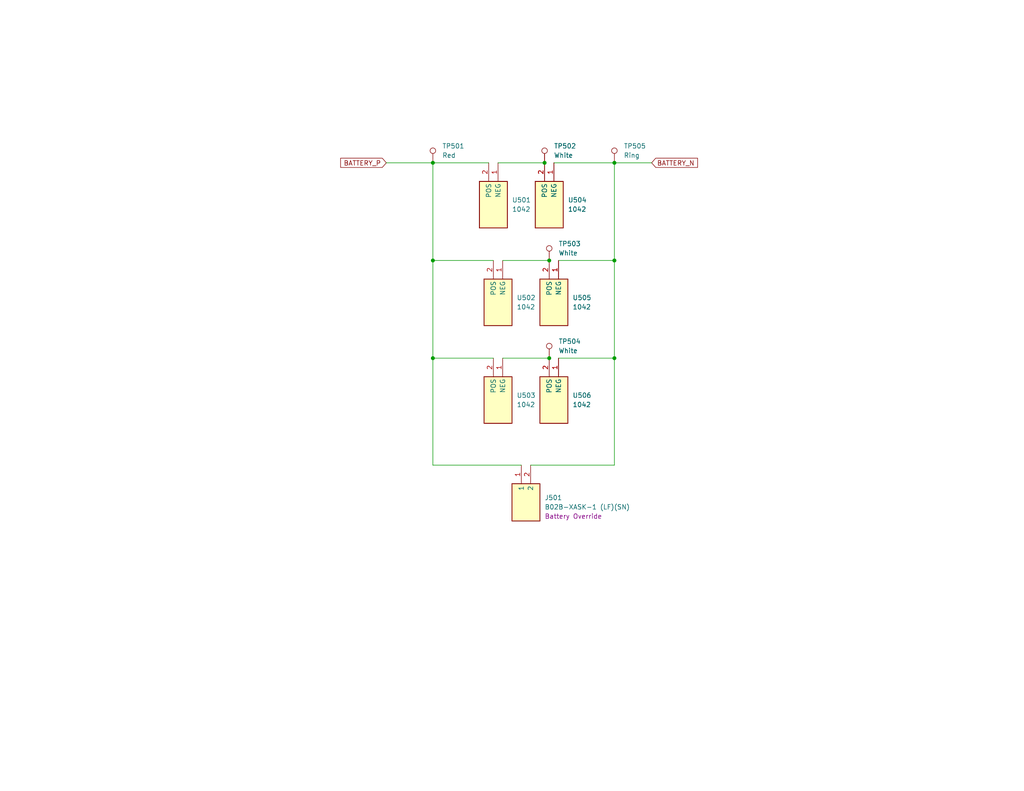
<source format=kicad_sch>
(kicad_sch (version 20230121) (generator eeschema)
  (paper "USLetter")
  (lib_symbols
    (symbol "Connector:TestPoint" (pin_numbers hide) (pin_names (offset 0.762) hide)
      (property "Reference" "TP" (at 0 6.858 0))
      (property "Value" "TestPoint" (at 0 5.08 0))
      (symbol "TestPoint_0_1"
        (circle (center 0 3.302) (radius 0.762))
      )
      (symbol "TestPoint_1_1"
        (pin passive line (at 0 0 90) (length 2.54) (name "1") (number "1"))
      )
    )
    (symbol "JST B02B-XASK-1 (LF)(SN):B02B-XASK-1__LF__SN_"
      (property "Reference" "J" (at 16.51 7.62 0))
      (property "Value" "B02B-XASK-1__LF__SN_" (at 16.51 5.08 0))
      (symbol "B02B-XASK-1__LF__SN__1_1"
        (rectangle (start 5.08 2.54) (end 15.24 -5.08) (stroke (width 0.254)) (fill (type background)))
        (pin passive line (at 0 -2.54 0) (length 5.08) (name "1") (number "1"))
        (pin passive line (at 0 0 0) (length 5.08) (name "2") (number "2"))
      )
    )
    (symbol "Keystone 1042:1042"
      (property "Reference" "U" (at 19.05 7.62 0))
      (property "Value" "1042" (at 19.05 5.08 0))
      (symbol "1042_1_1"
        (rectangle (start 5.08 2.54) (end 17.78 -5.08) (stroke (width 0.254)) (fill (type background)))
        (pin passive line (at 0 0 0) (length 5.08) (name "NEG") (number "1"))
        (pin passive line (at 0 -2.54 0) (length 5.08) (name "POS") (number "2"))
      )
    )
  )
  (junction (at 118.11 71.12))
  (junction (at 167.64 44.45))
  (junction (at 167.64 97.79))
  (junction (at 118.11 44.45))
  (junction (at 118.11 97.79))
  (junction (at 149.86 97.79))
  (junction (at 148.59 44.45))
  (junction (at 167.64 71.12))
  (junction (at 149.86 71.12))
  (wire (pts (xy 151.13 44.45) (xy 167.64 44.45)))
  (wire (pts (xy 118.11 44.45) (xy 133.35 44.45)))
  (wire (pts (xy 142.24 127) (xy 118.11 127)))
  (wire (pts (xy 118.11 44.45) (xy 118.11 71.12)))
  (wire (pts (xy 118.11 71.12) (xy 134.62 71.12)))
  (wire (pts (xy 135.89 44.45) (xy 148.59 44.45)))
  (wire (pts (xy 137.16 97.79) (xy 149.86 97.79)))
  (wire (pts (xy 137.16 71.12) (xy 149.86 71.12)))
  (wire (pts (xy 118.11 97.79) (xy 134.62 97.79)))
  (wire (pts (xy 167.64 44.45) (xy 177.8 44.45)))
  (wire (pts (xy 118.11 71.12) (xy 118.11 97.79)))
  (wire (pts (xy 167.64 97.79) (xy 152.4 97.79)))
  (wire (pts (xy 118.11 127) (xy 118.11 97.79)))
  (wire (pts (xy 105.41 44.45) (xy 118.11 44.45)))
  (wire (pts (xy 167.64 127) (xy 167.64 97.79)))
  (wire (pts (xy 144.78 127) (xy 167.64 127)))
  (wire (pts (xy 167.64 71.12) (xy 167.64 97.79)))
  (wire (pts (xy 152.4 71.12) (xy 167.64 71.12)))
  (wire (pts (xy 167.64 44.45) (xy 167.64 71.12)))
  (global_label "BATTERY_P" (shape input) (at 105.41 44.45 180) (property "Intersheetrefs" "${INTERSHEET_REFS}" (effects hide)))
  (global_label "BATTERY_N" (shape input) (at 177.8 44.45 0) (property "Intersheetrefs" "${INTERSHEET_REFS}" (effects hide)))
  (symbol (lib_id "Keystone 1042:1042") (at 151.13 44.45 270) (unit 1)
    (property "Reference" "U504" (at 154.94 54.61 90) (effects (justify left)))
    (property "Value" "1042" (at 154.94 57.15 90) (effects (justify left)))
    (property "Footprint" "footprints:KEYSTONE-1042" (effects hide))
    (property "Datasheet" "http://www.mouser.com/ds/2/215/042-744829.pdf" (effects hide))
    (property "Manufacturer_Name" "Keystone Electronics" (effects hide))
    (property "Manufacturer_Part_Number" "1042" (effects hide))
    (property "Mouser Part Number" "534-1042" (effects hide))
    (property "Mouser Price/Stock" "https://www.mouser.co.uk/ProductDetail/Keystone-Electronics/1042?qs=%2F7TOpeL5Mz4qPdWi9tuLKw%3D%3D" (effects hide))
    (property "Arrow Part Number" "1042" (effects hide))
    (property "Arrow Price/Stock" "https://www.arrow.com/en/products/1042/keystone-electronics?region=europe" (effects hide))
    (property "MPN" "C5249310" (effects hide))
    (property "Manufacturer" "Keystone" (effects hide))
    (property "Manufacturer Part Number" "1042" (effects hide))
    (property "Active" "Y" (effects hide))
  )
  (symbol (lib_id "Keystone 1042:1042") (at 137.16 71.12 270) (unit 1)
    (property "Reference" "U502" (at 140.97 81.28 90) (effects (justify left)))
    (property "Value" "1042" (at 140.97 83.82 90) (effects (justify left)))
    (property "Footprint" "footprints:KEYSTONE-1042" (effects hide))
    (property "Datasheet" "http://www.mouser.com/ds/2/215/042-744829.pdf" (effects hide))
    (property "Manufacturer_Name" "Keystone Electronics" (effects hide))
    (property "Manufacturer_Part_Number" "1042" (effects hide))
    (property "Mouser Part Number" "534-1042" (effects hide))
    (property "Mouser Price/Stock" "https://www.mouser.co.uk/ProductDetail/Keystone-Electronics/1042?qs=%2F7TOpeL5Mz4qPdWi9tuLKw%3D%3D" (effects hide))
    (property "Arrow Part Number" "1042" (effects hide))
    (property "Arrow Price/Stock" "https://www.arrow.com/en/products/1042/keystone-electronics?region=europe" (effects hide))
    (property "MPN" "C5249310" (effects hide))
    (property "Manufacturer" "Keystone" (effects hide))
    (property "Manufacturer Part Number" "1042" (effects hide))
    (property "Active" "Y" (effects hide))
  )
  (symbol (lib_id "Connector:TestPoint") (at 118.11 44.45 0) (unit 1)
    (property "Reference" "TP501" (at 120.65 39.878 0) (effects (justify left)))
    (property "Value" "Red" (at 120.65 42.418 0) (effects (justify left)))
    (property "Footprint" "TestPoint:TestPoint_Keystone_5000-5004_Miniature" (effects hide))
    (property "Active" "Y" (effects hide))
    (property "MPN" "C5199900" (effects hide))
    (property "Manufacturer" "Keystone" (effects hide))
    (property "Manufacturer Part Number" "5000" (effects hide))
  )
  (symbol (lib_id "Keystone 1042:1042") (at 152.4 97.79 270) (unit 1)
    (property "Reference" "U506" (at 156.21 107.95 90) (effects (justify left)))
    (property "Value" "1042" (at 156.21 110.49 90) (effects (justify left)))
    (property "Footprint" "footprints:KEYSTONE-1042" (effects hide))
    (property "Datasheet" "http://www.mouser.com/ds/2/215/042-744829.pdf" (effects hide))
    (property "Manufacturer_Name" "Keystone Electronics" (effects hide))
    (property "Manufacturer_Part_Number" "1042" (effects hide))
    (property "Mouser Part Number" "534-1042" (effects hide))
    (property "Mouser Price/Stock" "https://www.mouser.co.uk/ProductDetail/Keystone-Electronics/1042?qs=%2F7TOpeL5Mz4qPdWi9tuLKw%3D%3D" (effects hide))
    (property "Arrow Part Number" "1042" (effects hide))
    (property "Arrow Price/Stock" "https://www.arrow.com/en/products/1042/keystone-electronics?region=europe" (effects hide))
    (property "MPN" "C5249310" (effects hide))
    (property "Manufacturer" "Keystone" (effects hide))
    (property "Manufacturer Part Number" "1042" (effects hide))
    (property "Active" "Y" (effects hide))
  )
  (symbol (lib_id "Keystone 1042:1042") (at 135.89 44.45 270) (unit 1)
    (property "Reference" "U501" (at 139.7 54.61 90) (effects (justify left)))
    (property "Value" "1042" (at 139.7 57.15 90) (effects (justify left)))
    (property "Footprint" "footprints:KEYSTONE-1042" (effects hide))
    (property "Datasheet" "http://www.mouser.com/ds/2/215/042-744829.pdf" (effects hide))
    (property "Manufacturer_Name" "Keystone Electronics" (effects hide))
    (property "Manufacturer_Part_Number" "1042" (effects hide))
    (property "Mouser Part Number" "534-1042" (effects hide))
    (property "Mouser Price/Stock" "https://www.mouser.co.uk/ProductDetail/Keystone-Electronics/1042?qs=%2F7TOpeL5Mz4qPdWi9tuLKw%3D%3D" (effects hide))
    (property "Arrow Part Number" "1042" (effects hide))
    (property "Arrow Price/Stock" "https://www.arrow.com/en/products/1042/keystone-electronics?region=europe" (effects hide))
    (property "MPN" "C5249310" (effects hide))
    (property "Manufacturer" "Keystone" (effects hide))
    (property "Manufacturer Part Number" "1042" (effects hide))
    (property "Active" "Y" (effects hide))
  )
  (symbol (lib_id "JST B02B-XASK-1 (LF)(SN):B02B-XASK-1__LF__SN_") (at 144.78 127 270) (unit 1)
    (property "Reference" "J501" (at 148.59 135.89 90) (effects (justify left)))
    (property "Value" "B02B-XASK-1 (LF)(SN)" (at 148.59 138.43 90) (effects (justify left)))
    (property "Footprint" "footprints:B02BXASK1LFSN" (effects hide))
    (property "Datasheet" "https://www.jst-mfg.com/product/pdf/eng/eXA1.pdf" (effects hide))
    (property "Height" "8.8" (effects hide))
    (property "Manufacturer_Name" "JST (JAPAN SOLDERLESS TERMINALS)" (effects hide))
    (property "Manufacturer_Part_Number" "B02B-XASK-1 (LF)(SN)" (effects hide))
    (property "Purpose" "Battery Override" (at 148.59 140.97 90) (effects (justify left)))
    (property "MPN" "C263753" (effects hide))
    (property "Manufacturer" "JST" (effects hide))
    (property "Manufacturer Part Number" "B02B-XASK-1(LF)(SN)" (effects hide))
    (property "Active" "Y" (effects hide))
  )
  (symbol (lib_id "Connector:TestPoint") (at 149.86 97.79 0) (unit 1)
    (property "Reference" "TP504" (at 152.4 93.218 0) (effects (justify left)))
    (property "Value" "White" (at 152.4 95.758 0) (effects (justify left)))
    (property "Footprint" "TestPoint:TestPoint_Keystone_5000-5004_Miniature" (effects hide))
    (property "Active" "Y" (effects hide))
    (property "MPN" "C238123" (effects hide))
    (property "Manufacturer" "Keystone" (effects hide))
    (property "Manufacturer Part Number" "5002" (effects hide))
  )
  (symbol (lib_id "Keystone 1042:1042") (at 152.4 71.12 270) (unit 1)
    (property "Reference" "U505" (at 156.21 81.28 90) (effects (justify left)))
    (property "Value" "1042" (at 156.21 83.82 90) (effects (justify left)))
    (property "Footprint" "footprints:KEYSTONE-1042" (effects hide))
    (property "Datasheet" "http://www.mouser.com/ds/2/215/042-744829.pdf" (effects hide))
    (property "Manufacturer_Name" "Keystone Electronics" (effects hide))
    (property "Manufacturer_Part_Number" "1042" (effects hide))
    (property "Mouser Part Number" "534-1042" (effects hide))
    (property "Mouser Price/Stock" "https://www.mouser.co.uk/ProductDetail/Keystone-Electronics/1042?qs=%2F7TOpeL5Mz4qPdWi9tuLKw%3D%3D" (effects hide))
    (property "Arrow Part Number" "1042" (effects hide))
    (property "Arrow Price/Stock" "https://www.arrow.com/en/products/1042/keystone-electronics?region=europe" (effects hide))
    (property "MPN" "C5249310" (effects hide))
    (property "Manufacturer" "Keystone" (effects hide))
    (property "Manufacturer Part Number" "1042" (effects hide))
    (property "Active" "Y" (effects hide))
  )
  (symbol (lib_id "Connector:TestPoint") (at 149.86 71.12 0) (unit 1)
    (property "Reference" "TP503" (at 152.4 66.548 0) (effects (justify left)))
    (property "Value" "White" (at 152.4 69.088 0) (effects (justify left)))
    (property "Footprint" "TestPoint:TestPoint_Keystone_5000-5004_Miniature" (effects hide))
    (property "Active" "Y" (effects hide))
    (property "MPN" "C238123" (effects hide))
    (property "Manufacturer" "Keystone" (effects hide))
    (property "Manufacturer Part Number" "5002" (effects hide))
  )
  (symbol (lib_id "Connector:TestPoint") (at 148.59 44.45 0) (unit 1)
    (property "Reference" "TP502" (at 151.13 39.878 0) (effects (justify left)))
    (property "Value" "White" (at 151.13 42.418 0) (effects (justify left)))
    (property "Footprint" "TestPoint:TestPoint_Keystone_5000-5004_Miniature" (effects hide))
    (property "Active" "Y" (effects hide))
    (property "MPN" "C238123" (effects hide))
    (property "Manufacturer" "Keystone" (effects hide))
    (property "Manufacturer Part Number" "5002" (effects hide))
  )
  (symbol (lib_id "Keystone 1042:1042") (at 137.16 97.79 270) (unit 1)
    (property "Reference" "U503" (at 140.97 107.95 90) (effects (justify left)))
    (property "Value" "1042" (at 140.97 110.49 90) (effects (justify left)))
    (property "Footprint" "footprints:KEYSTONE-1042" (effects hide))
    (property "Datasheet" "http://www.mouser.com/ds/2/215/042-744829.pdf" (effects hide))
    (property "Manufacturer_Name" "Keystone Electronics" (effects hide))
    (property "Manufacturer_Part_Number" "1042" (effects hide))
    (property "Mouser Part Number" "534-1042" (effects hide))
    (property "Mouser Price/Stock" "https://www.mouser.co.uk/ProductDetail/Keystone-Electronics/1042?qs=%2F7TOpeL5Mz4qPdWi9tuLKw%3D%3D" (effects hide))
    (property "Arrow Part Number" "1042" (effects hide))
    (property "Arrow Price/Stock" "https://www.arrow.com/en/products/1042/keystone-electronics?region=europe" (effects hide))
    (property "MPN" "C5249310" (effects hide))
    (property "Manufacturer" "Keystone" (effects hide))
    (property "Manufacturer Part Number" "1042" (effects hide))
    (property "Active" "Y" (effects hide))
  )
  (symbol (lib_id "Connector:TestPoint") (at 167.64 44.45 0) (unit 1)
    (property "Reference" "TP505" (at 170.18 39.878 0) (effects (justify left)))
    (property "Value" "Ring" (at 170.18 42.418 0) (effects (justify left)))
    (property "Footprint" "TestPoint:TestPoint_Keystone_5019_Minature" (effects hide))
    (property "Active" "Y" (effects hide))
    (property "MPN" "C238131" (effects hide))
    (property "Manufacturer" "Keystone" (effects hide))
    (property "Manufacturer Part Number" "5019" (effects hide))
  )
)
</source>
